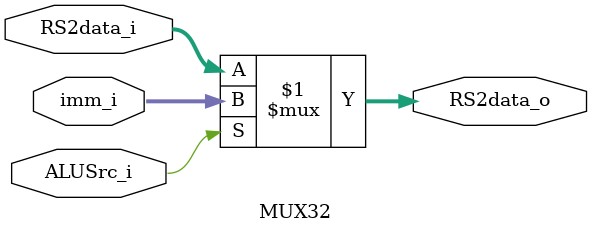
<source format=v>
module MUX32(
    ALUSrc_i, 
    RS2data_i,
    imm_i, 
    RS2data_o
);

input ALUSrc_i;
input [31:0] RS2data_i;
input [31:0] imm_i;
output [31:0] RS2data_o;

assign RS2data_o = (ALUSrc_i) ? imm_i : RS2data_i;

endmodule
</source>
